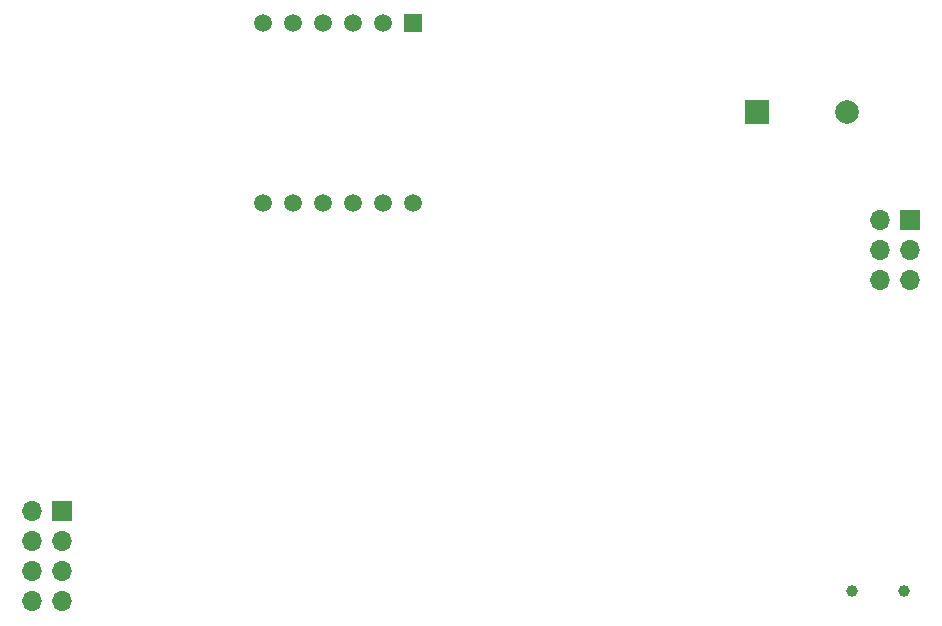
<source format=gbr>
%TF.GenerationSoftware,KiCad,Pcbnew,(7.0.0)*%
%TF.CreationDate,2023-04-20T12:18:01-06:00*%
%TF.ProjectId,Phase_B_PCB_Prototype,50686173-655f-4425-9f50-43425f50726f,rev?*%
%TF.SameCoordinates,Original*%
%TF.FileFunction,Soldermask,Bot*%
%TF.FilePolarity,Negative*%
%FSLAX46Y46*%
G04 Gerber Fmt 4.6, Leading zero omitted, Abs format (unit mm)*
G04 Created by KiCad (PCBNEW (7.0.0)) date 2023-04-20 12:18:01*
%MOMM*%
%LPD*%
G01*
G04 APERTURE LIST*
%ADD10C,1.500000*%
%ADD11R,1.500000X1.500000*%
%ADD12R,2.000000X2.000000*%
%ADD13C,2.000000*%
%ADD14O,1.700000X1.700000*%
%ADD15R,1.700000X1.700000*%
%ADD16C,1.000000*%
G04 APERTURE END LIST*
D10*
%TO.C,U1*%
X107442000Y-80518000D03*
X104902000Y-80518000D03*
X102362000Y-80518000D03*
X99822000Y-80518000D03*
X97282000Y-80518000D03*
X94742000Y-80518000D03*
X94742000Y-65278000D03*
X97282000Y-65278000D03*
X99822000Y-65278000D03*
X102362000Y-65278000D03*
X104902000Y-65278000D03*
D11*
X107441999Y-65277999D03*
%TD*%
D12*
%TO.C,LS1*%
X136534999Y-72770999D03*
D13*
X144135000Y-72771000D03*
%TD*%
D14*
%TO.C,J3*%
X75203999Y-114182999D03*
X77743999Y-114182999D03*
X75203999Y-111642999D03*
X77743999Y-111642999D03*
X75203999Y-109102999D03*
X77743999Y-109102999D03*
X75203999Y-106562999D03*
D15*
X77743999Y-106562999D03*
%TD*%
%TO.C,J2*%
X149478999Y-81929999D03*
D14*
X146938999Y-81929999D03*
X149478999Y-84469999D03*
X146938999Y-84469999D03*
X149478999Y-87009999D03*
X146938999Y-87009999D03*
%TD*%
D16*
%TO.C,J1*%
X149007000Y-113352000D03*
X144607000Y-113352000D03*
%TD*%
M02*

</source>
